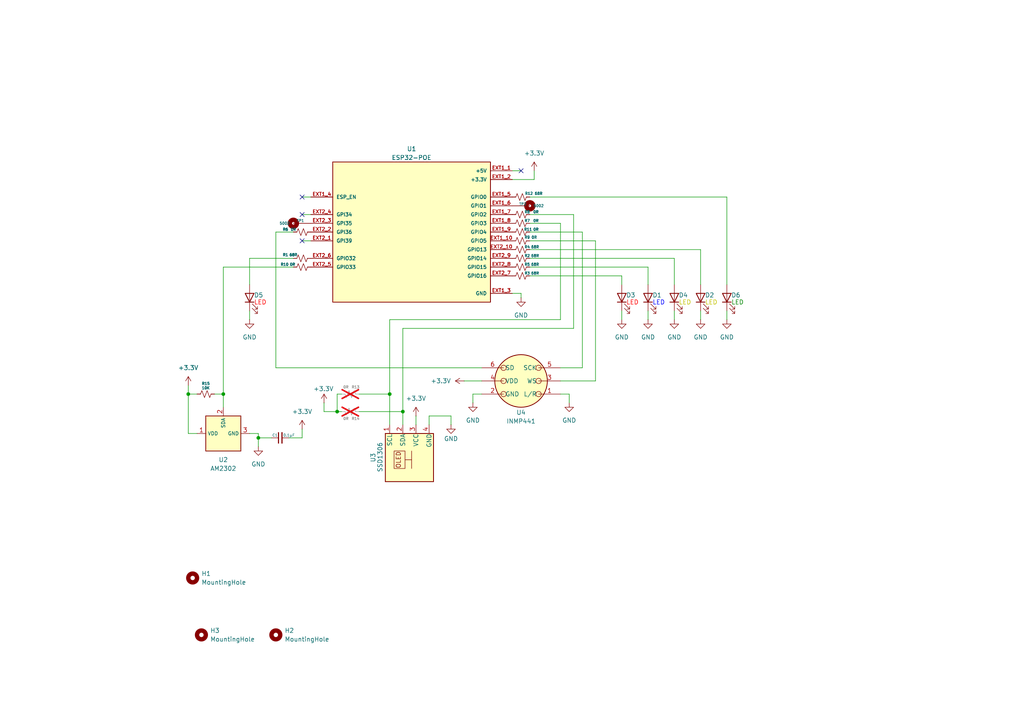
<source format=kicad_sch>
(kicad_sch (version 20250114) (generator "eeschema") (generator_version "9.0")
  (paper "A4")
  (lib_symbols
    (symbol "Custom_Parts:5002" (pin_names (offset 1.016))
      (property "Reference" "TP" (at 1.016 -0.762 0))
      (property "Value" "5002" (at 4.318 -0.508 0))
      (symbol "5002_0_0"
        (circle (center 0 0) (radius 0.381) (stroke (width 1.27)))
      )
      (symbol "5002_1_0"
        (pin passive line (at -5.08 0 0) (length 5.08) (name "~") (number "TP"))
      )
    )
    (symbol "Custom_Parts:ESP32-POE" (pin_names (offset 1.016))
      (property "Reference" "U1" (at 0 25.4 0))
      (property "Value" "ESP32-POE" (at 0 22.86 0))
      (symbol "ESP32-POE_0_0"
        (rectangle (start -22.86 20.32) (end 22.86 -20.32) (stroke (width 0.254)) (fill (type background)))
        (pin input line (at -29.21 10.16 0) (length 6.35) (name "ESP_EN") (number "EXT1_4"))
        (pin input line (at -29.21 2.54 0) (length 6.35) (name "GPI35") (number "EXT2_3"))
        (pin input line (at -29.21 -2.54 0) (length 6.35) (name "GPI39") (number "EXT2_1"))
        (pin bidirectional line (at -29.21 -7.62 0) (length 6.35) (name "GPIO32") (number "EXT2_6"))
        (pin bidirectional line (at -29.21 -10.16 0) (length 6.35) (name "GPIO33") (number "EXT2_5"))
        (pin power_in line (at 29.21 17.78 180) (length 6.35) (name "+5V") (number "EXT1_1"))
        (pin power_in line (at 29.21 15.24 180) (length 6.35) (name "+3.3V") (number "EXT1_2"))
        (pin power_in line (at 29.21 -17.78 180) (length 6.35) (name "GND") (number "EXT1_3"))
      )
      (symbol "ESP32-POE_1_0"
        (pin input line (at -29.21 5.08 0) (length 6.35) (name "GPI34") (number "EXT2_4"))
        (pin input line (at -29.21 0 0) (length 6.35) (name "GPI36") (number "EXT2_2"))
        (pin bidirectional line (at 29.21 10.16 180) (length 6.35) (name "GPIO0") (number "EXT1_5"))
        (pin bidirectional line (at 29.21 7.62 180) (length 6.35) (name "GPIO1") (number "EXT1_6"))
        (pin bidirectional line (at 29.21 5.08 180) (length 6.35) (name "GPIO2") (number "EXT1_7"))
        (pin bidirectional line (at 29.21 2.54 180) (length 6.35) (name "GPIO3") (number "EXT1_8"))
        (pin bidirectional line (at 29.21 0 180) (length 6.35) (name "GPIO4") (number "EXT1_9"))
        (pin bidirectional line (at 29.21 -2.54 180) (length 6.35) (name "GPIO5") (number "EXT1_10"))
        (pin bidirectional line (at 29.21 -5.08 180) (length 6.35) (name "GPIO13") (number "EXT2_10"))
        (pin bidirectional line (at 29.21 -7.62 180) (length 6.35) (name "GPIO14") (number "EXT2_9"))
        (pin bidirectional line (at 29.21 -10.16 180) (length 6.35) (name "GPIO15") (number "EXT2_8"))
        (pin bidirectional line (at 29.21 -12.7 180) (length 6.35) (name "GPIO16") (number "EXT2_7"))
      )
    )
    (symbol "Custom_Parts:INMP441"
      (property "Reference" "U" (at 0 0 0))
      (property "Value" "INMP441" (at 0 0 0))
      (symbol "INMP441_0_1"
        (circle (center -3.81 5.08) (radius 0.762))
        (circle (center -3.81 -5.08) (radius 0.762))
        (circle (center 0 5.08) (radius 0.762))
        (circle (center 0 0) (radius 7.62) (stroke (width 0.254)) (fill (type background)))
        (circle (center 0 -5.08) (radius 0.762))
        (circle (center 3.81 5.08) (radius 0.762))
        (circle (center 3.81 -5.08) (radius 0.762))
      )
      (symbol "INMP441_1_1"
        (pin power_in line (at -3.81 11.43 270) (length 6.35) (name "GND") (number "2"))
        (pin power_in line (at -3.81 -11.43 90) (length 6.35) (name "L/R") (number "1"))
        (pin power_in line (at 0 11.43 270) (length 6.35) (name "VDD") (number "4"))
        (pin input line (at 0 -11.43 90) (length 6.35) (name "WS") (number "3"))
        (pin input line (at 3.81 11.43 270) (length 6.35) (name "SD") (number "6"))
        (pin input line (at 3.81 -11.43 90) (length 6.35) (name "SCK") (number "5"))
      )
    )
    (symbol "Custom_Parts:SSD1306" (pin_names (offset 0.0254))
      (property "Reference" "U" (at -1.27 -7.62 0))
      (property "Value" "SSD1306" (at -0.508 -9.398 0))
      (symbol "SSD1306_0_0"
        (rectangle (start -7.62 7.62) (end 6.35 -6.35) (stroke (width 0.254)) (fill (type background)))
      )
      (symbol "SSD1306_0_1"
        (polyline (pts (xy -1.27 0) (xy 0.635 0) (xy 0.635 2.54) (xy 3.81 2.54) (xy 3.81 -2.54) (xy 0.635 -2.54) (xy 0.635 0)))
        (polyline (pts (xy -1.27 -2.54) (xy -1.27 2.54)))
      )
      (symbol "SSD1306_1_1"
        (text "OLED" (at 2.54 0 900) (effects (font (size 1.27 1.27))))
        (pin power_in line (at -6.35 10.16 270) (length 2.54) (name "GND") (number "4"))
        (pin power_in line (at -2.54 10.16 270) (length 2.54) (name "VCC") (number "3"))
        (pin input line (at 1.27 10.16 270) (length 2.54) (name "SDA") (number "2"))
        (pin input line (at 5.08 10.16 270) (length 2.54) (name "SCL") (number "1"))
      )
    )
    (symbol "Device:C_Small" (pin_numbers (hide yes)) (pin_names (offset 0.254) (hide yes))
      (property "Reference" "C" (at 0.254 1.778 0))
      (property "Value" "C_Small" (at 0.254 -2.032 0))
      (symbol "C_Small_0_1"
        (polyline (pts (xy -1.524 0.508) (xy 1.524 0.508)) (stroke (width 0.3048)))
        (polyline (pts (xy -1.524 -0.508) (xy 1.524 -0.508)) (stroke (width 0.3302)))
      )
      (symbol "C_Small_1_1"
        (pin passive line (at 0 2.54 270) (length 2.032) (name "~") (number "1"))
        (pin passive line (at 0 -2.54 90) (length 2.032) (name "~") (number "2"))
      )
    )
    (symbol "Device:LED" (pin_numbers (hide yes)) (pin_names (offset 1.016) (hide yes))
      (property "Reference" "D" (at 0 2.54 0))
      (property "Value" "LED" (at 0 -2.54 0))
      (symbol "LED_0_1"
        (polyline (pts (xy -3.048 -0.762) (xy -4.572 -2.286) (xy -3.81 -2.286) (xy -4.572 -2.286) (xy -4.572 -1.524)))
        (polyline (pts (xy -1.778 -0.762) (xy -3.302 -2.286) (xy -2.54 -2.286) (xy -3.302 -2.286) (xy -3.302 -1.524)))
        (polyline (pts (xy -1.27 0) (xy 1.27 0)))
        (polyline (pts (xy -1.27 -1.27) (xy -1.27 1.27)) (stroke (width 0.254)))
        (polyline (pts (xy 1.27 -1.27) (xy 1.27 1.27) (xy -1.27 0) (xy 1.27 -1.27)) (stroke (width 0.254)))
      )
      (symbol "LED_1_1"
        (pin passive line (at -3.81 0 0) (length 2.54) (name "C") (number "C"))
        (pin passive line (at 3.81 0 180) (length 2.54) (name "A") (number "A"))
      )
    )
    (symbol "Device:R_Small_US" (pin_numbers (hide yes)) (pin_names (offset 0.254) (hide yes))
      (property "Reference" "R" (at -1.27 1.778 0))
      (property "Value" "R_Small_US" (at 0 1.778 0))
      (symbol "R_Small_US_1_1"
        (polyline (pts (xy 0 0) (xy -0.381 -1.016) (xy -0.762 0) (xy -1.143 1.016) (xy -1.524 0)))
        (polyline (pts (xy 1.524 0) (xy 1.143 -1.016) (xy 0.762 0) (xy 0.381 1.016) (xy 0 0)))
        (pin passive line (at -2.54 0 0) (length 1.016) (name "~") (number "2"))
        (pin passive line (at 2.54 0 180) (length 1.016) (name "~") (number "1"))
      )
    )
    (symbol "Mechanical:MountingHole" (pin_names (offset 1.016)) (in_bom no)
      (property "Reference" "H" (at 0 5.08 0))
      (property "Value" "MountingHole" (at 0 3.175 0))
      (symbol "MountingHole_0_1"
        (circle (center 0 0) (radius 1.27) (stroke (width 1.27)))
      )
    )
    (symbol "Sensor:AM2302"
      (property "Reference" "U" (at -3.81 6.35 0))
      (property "Value" "AM2302" (at 3.81 6.35 0))
      (symbol "AM2302_0_1"
        (rectangle (start -5.08 5.08) (end 5.08 -5.08) (stroke (width 0.254)) (fill (type background)))
      )
      (symbol "AM2302_1_1"
        (pin power_in line (at 0 7.62 270) (length 2.54) (name "VDD") (number "1"))
        (pin power_in line (at 0 -7.62 90) (length 2.54) (name "GND") (number "3"))
        (pin passive line (at 0 -7.62 90) (length 2.54) (hide yes) (name "GND") (number "4"))
        (pin bidirectional line (at 7.62 0 180) (length 2.54) (name "SDA") (number "2"))
      )
    )
    (symbol "power:+3.3V" (power) (pin_numbers (hide yes)) (pin_names (offset 0) (hide yes))
      (property "Value" "+3.3V" (at 0 3.556 0))
      (symbol "+3.3V_0_1"
        (polyline (pts (xy -0.762 1.27) (xy 0 2.54)))
        (polyline (pts (xy 0 2.54) (xy 0.762 1.27)))
        (polyline (pts (xy 0 0) (xy 0 2.54)))
      )
      (symbol "+3.3V_1_1"
        (pin power_in line (at 0 0 90) (length 0) (name "~") (number "1"))
      )
    )
    (symbol "power:GND" (power) (pin_numbers (hide yes)) (pin_names (offset 0) (hide yes))
      (property "Value" "GND" (at 0 -3.81 0))
      (symbol "GND_0_1"
        (polyline (pts (xy 0 0) (xy 0 -1.27) (xy 1.27 -1.27) (xy 0 -2.54) (xy -1.27 -1.27) (xy 0 -1.27)))
      )
      (symbol "GND_1_1"
        (pin power_in line (at 0 0 270) (length 0) (name "~") (number "1"))
      )
    )
  )
  (junction (at 116.84 119.38))
  (junction (at 113.03 114.3))
  (junction (at 74.93 127))
  (junction (at 64.77 114.3))
  (junction (at 97.79 119.38))
  (junction (at 54.61 114.3))
  (no_connect (at 87.63 57.15))
  (no_connect (at 87.63 69.85))
  (no_connect (at 151.13 49.53))
  (no_connect (at 87.63 62.23))
  (wire (pts (xy 97.79 119.38) (xy 99.06 119.38)))
  (wire (pts (xy 137.16 114.3) (xy 137.16 116.84)))
  (wire (pts (xy 172.72 110.49) (xy 162.56 110.49)))
  (wire (pts (xy 72.39 90.17) (xy 72.39 92.71)))
  (wire (pts (xy 99.06 114.3) (xy 97.79 114.3)))
  (wire (pts (xy 168.91 106.68) (xy 162.56 106.68)))
  (wire (pts (xy 139.7 110.49) (xy 134.62 110.49)))
  (wire (pts (xy 166.37 95.25) (xy 116.84 95.25)))
  (wire (pts (xy 153.67 77.47) (xy 187.96 77.47)))
  (wire (pts (xy 165.1 114.3) (xy 165.1 116.84)))
  (wire (pts (xy 74.93 125.73) (xy 74.93 127)))
  (wire (pts (xy 180.34 90.17) (xy 180.34 92.71)))
  (wire (pts (xy 148.59 52.07) (xy 154.94 52.07)))
  (wire (pts (xy 195.58 74.93) (xy 195.58 82.55)))
  (wire (pts (xy 153.67 64.77) (xy 162.56 64.77)))
  (wire (pts (xy 153.67 57.15) (xy 210.82 57.15)))
  (wire (pts (xy 87.63 62.23) (xy 90.17 62.23)))
  (wire (pts (xy 124.46 120.65) (xy 124.46 123.19)))
  (wire (pts (xy 210.82 90.17) (xy 210.82 92.71)))
  (wire (pts (xy 203.2 72.39) (xy 203.2 82.55)))
  (wire (pts (xy 187.96 90.17) (xy 187.96 92.71)))
  (wire (pts (xy 113.03 92.71) (xy 162.56 92.71)))
  (wire (pts (xy 72.39 125.73) (xy 74.93 125.73)))
  (wire (pts (xy 64.77 77.47) (xy 64.77 114.3)))
  (wire (pts (xy 153.67 74.93) (xy 195.58 74.93)))
  (wire (pts (xy 203.2 90.17) (xy 203.2 92.71)))
  (wire (pts (xy 74.93 127) (xy 78.74 127)))
  (wire (pts (xy 210.82 57.15) (xy 210.82 82.55)))
  (wire (pts (xy 85.09 74.93) (xy 72.39 74.93)))
  (wire (pts (xy 153.67 62.23) (xy 166.37 62.23)))
  (wire (pts (xy 62.23 114.3) (xy 64.77 114.3)))
  (wire (pts (xy 87.63 69.85) (xy 90.17 69.85)))
  (wire (pts (xy 154.94 49.53) (xy 154.94 52.07)))
  (wire (pts (xy 130.81 120.65) (xy 124.46 120.65)))
  (wire (pts (xy 116.84 119.38) (xy 104.14 119.38)))
  (wire (pts (xy 187.96 77.47) (xy 187.96 82.55)))
  (wire (pts (xy 54.61 114.3) (xy 57.15 114.3)))
  (wire (pts (xy 166.37 62.23) (xy 166.37 95.25)))
  (wire (pts (xy 168.91 67.31) (xy 153.67 67.31)))
  (wire (pts (xy 97.79 119.38) (xy 93.98 119.38)))
  (wire (pts (xy 97.79 114.3) (xy 97.79 119.38)))
  (wire (pts (xy 148.59 85.09) (xy 151.13 85.09)))
  (wire (pts (xy 80.01 67.31) (xy 85.09 67.31)))
  (wire (pts (xy 72.39 74.93) (xy 72.39 82.55)))
  (wire (pts (xy 113.03 114.3) (xy 113.03 92.71)))
  (wire (pts (xy 168.91 106.68) (xy 168.91 67.31)))
  (wire (pts (xy 130.81 123.19) (xy 130.81 120.65)))
  (wire (pts (xy 74.93 127) (xy 74.93 129.54)))
  (wire (pts (xy 87.63 127) (xy 83.82 127)))
  (wire (pts (xy 54.61 114.3) (xy 54.61 125.73)))
  (wire (pts (xy 162.56 92.71) (xy 162.56 64.77)))
  (wire (pts (xy 139.7 114.3) (xy 137.16 114.3)))
  (wire (pts (xy 120.65 120.65) (xy 120.65 123.19)))
  (wire (pts (xy 113.03 114.3) (xy 113.03 123.19)))
  (wire (pts (xy 116.84 119.38) (xy 116.84 123.19)))
  (wire (pts (xy 139.7 106.68) (xy 80.01 106.68)))
  (wire (pts (xy 195.58 90.17) (xy 195.58 92.71)))
  (wire (pts (xy 87.63 127) (xy 87.63 124.46)))
  (wire (pts (xy 151.13 85.09) (xy 151.13 86.36)))
  (wire (pts (xy 80.01 106.68) (xy 80.01 67.31)))
  (wire (pts (xy 113.03 114.3) (xy 104.14 114.3)))
  (wire (pts (xy 57.15 125.73) (xy 54.61 125.73)))
  (wire (pts (xy 148.59 49.53) (xy 151.13 49.53)))
  (wire (pts (xy 64.77 114.3) (xy 64.77 118.11)))
  (wire (pts (xy 87.63 57.15) (xy 90.17 57.15)))
  (wire (pts (xy 153.67 80.01) (xy 180.34 80.01)))
  (wire (pts (xy 93.98 119.38) (xy 93.98 116.84)))
  (wire (pts (xy 85.09 77.47) (xy 64.77 77.47)))
  (wire (pts (xy 180.34 80.01) (xy 180.34 82.55)))
  (wire (pts (xy 172.72 69.85) (xy 172.72 110.49)))
  (wire (pts (xy 153.67 69.85) (xy 172.72 69.85)))
  (wire (pts (xy 153.67 72.39) (xy 203.2 72.39)))
  (wire (pts (xy 162.56 114.3) (xy 165.1 114.3)))
  (wire (pts (xy 54.61 111.76) (xy 54.61 114.3)))
  (wire (pts (xy 116.84 95.25) (xy 116.84 119.38)))
  (symbol (lib_id "Device:LED") (at 210.82 86.36 90) (unit 1)
    (property "Reference" "D6" (at 212.09 85.598 90) (effects (justify right)))
    (property "Value" "LED" (at 212.09 87.63 90) (effects (justify right)))
    (property "Footprint" "Custom_Parts:Standard_LED_Throughhole" (effects (hide yes)))
    (property "Description" "Light emitting diode" (effects (hide yes)))
    (property "Sim.Pins" "1=K 2=A" (effects (hide yes)))
  )
  (symbol (lib_id "power:+3.3V") (at 134.62 110.49 90) (mirror x) (unit 1)
    (property "Reference" "#PWR014" (effects (hide yes)))
    (property "Value" "+3.3V" (at 130.81 110.4899 90) (effects (justify left)))
    (property "Description" "Power symbol creates a global label with name \"+3.3V\"" (effects (hide yes)))
  )
  (symbol (lib_id "Device:R_Small_US") (at 151.13 80.01 0) (unit 1)
    (property "Reference" "R3" (at 152.908 79.248 0) (effects (font (size 0.762 0.762))))
    (property "Value" "68R" (at 155.194 79.248 0) (effects (font (size 0.762 0.762))))
    (property "Footprint" "Resistor_SMD:R_0603_1608Metric" (effects (hide yes)))
    (property "Description" "Resistor, small US symbol" (effects (hide yes)))
  )
  (symbol (lib_id "power:+3.3V") (at 87.63 124.46 0) (unit 1)
    (property "Reference" "#PWR016" (effects (hide yes)))
    (property "Value" "+3.3V" (at 87.63 119.38 0))
    (property "Description" "Power symbol creates a global label with name \"+3.3V\"" (effects (hide yes)))
  )
  (symbol (lib_id "Device:R_Small_US") (at 151.13 69.85 180) (unit 1)
    (property "Reference" "R9" (at 152.908 68.834 0) (effects (font (size 0.762 0.762))))
    (property "Value" "0R" (at 154.94 68.834 0) (effects (font (size 0.762 0.762))))
    (property "Footprint" "Resistor_SMD:R_0603_1608Metric" (effects (hide yes)))
    (property "Description" "Resistor, small US symbol" (effects (hide yes)))
  )
  (symbol (lib_id "power:GND") (at 165.1 116.84 0) (unit 1)
    (property "Reference" "#PWR017" (effects (hide yes)))
    (property "Value" "GND" (at 165.1 121.92 0))
    (property "Description" "Power symbol creates a global label with name \"GND\" , ground" (effects (hide yes)))
  )
  (symbol (lib_id "Mechanical:MountingHole") (at 58.42 184.15 0) (unit 1) (in_bom no)
    (property "Reference" "H3" (at 60.96 182.8799 0) (effects (justify left)))
    (property "Value" "MountingHole" (at 60.96 185.4199 0) (effects (justify left)))
    (property "Footprint" "MountingHole:MountingHole_2.2mm_M2" (effects (hide yes)))
    (property "Description" "Mounting Hole without connection" (effects (hide yes)))
  )
  (symbol (lib_id "Device:R_Small_US") (at 101.6 119.38 0) (mirror x) (unit 1) (dnp yes)
    (property "Reference" "R14" (at 103.124 121.412 0) (effects (font (size 0.762 0.762))))
    (property "Value" "0R" (at 100.33 121.412 0) (effects (font (size 0.762 0.762))))
    (property "Footprint" "Resistor_SMD:R_0603_1608Metric" (effects (hide yes)))
    (property "Description" "Resistor, small US symbol" (effects (hide yes)))
  )
  (symbol (lib_id "Device:R_Small_US") (at 87.63 77.47 0) (unit 1)
    (property "Reference" "R10" (at 82.55 76.708 0) (effects (font (size 0.762 0.762))))
    (property "Value" "0R" (at 84.836 76.708 0) (effects (font (size 0.762 0.762))))
    (property "Footprint" "Resistor_SMD:R_0603_1608Metric" (effects (hide yes)))
    (property "Description" "Resistor, small US symbol" (effects (hide yes)))
  )
  (symbol (lib_id "Device:R_Small_US") (at 151.13 64.77 0) (unit 1)
    (property "Reference" "R7" (at 152.908 64.008 0) (effects (font (size 0.762 0.762))))
    (property "Value" "0R" (at 155.448 64.008 0) (effects (font (size 0.762 0.762))))
    (property "Footprint" "Resistor_SMD:R_0603_1608Metric" (effects (hide yes)))
    (property "Description" "Resistor, small US symbol" (effects (hide yes)))
  )
  (symbol (lib_id "Custom_Parts:5002") (at 85.09 64.77 180) (unit 1)
    (property "Reference" "TP1" (at 87.122 64.008 0) (effects (font (size 0.762 0.762) (thickness 0.0953))))
    (property "Value" "5002" (at 82.55 64.77 0) (effects (font (size 0.762 0.762) (thickness 0.0953))))
    (property "Footprint" "Custom_Parts:5002" (effects (hide yes)))
    (property "Description" "TestPoint" (effects (hide yes)))
    (property "PARTREV" "H" (effects (hide yes)))
    (property "STANDARD" "Manufacturer Recommendations" (effects (hide yes)))
    (property "SNAPEDA_PN" "5000" (effects (hide yes)))
    (property "MAXIMUM_PACKAGE_HEIGHT" "4.57 mm" (effects (hide yes)))
    (property "MANUFACTURER" "Keystone" (effects (hide yes)))
  )
  (symbol (lib_id "power:GND") (at 180.34 92.71 0) (unit 1)
    (property "Reference" "#PWR05" (effects (hide yes)))
    (property "Value" "GND" (at 180.34 97.79 0))
    (property "Description" "Power symbol creates a global label with name \"GND\" , ground" (effects (hide yes)))
  )
  (symbol (lib_id "Device:LED") (at 180.34 86.36 90) (unit 1)
    (property "Reference" "D3" (at 181.61 85.598 90) (effects (justify right)))
    (property "Value" "LED" (at 181.61 87.63 90) (effects (justify right)))
    (property "Footprint" "Custom_Parts:Standard_LED_Throughhole" (effects (hide yes)))
    (property "Description" "Light emitting diode" (effects (hide yes)))
    (property "Sim.Pins" "1=K 2=A" (effects (hide yes)))
  )
  (symbol (lib_id "power:GND") (at 72.39 92.71 0) (unit 1)
    (property "Reference" "#PWR07" (effects (hide yes)))
    (property "Value" "GND" (at 72.39 97.79 0))
    (property "Description" "Power symbol creates a global label with name \"GND\" , ground" (effects (hide yes)))
  )
  (symbol (lib_id "power:GND") (at 203.2 92.71 0) (unit 1)
    (property "Reference" "#PWR04" (effects (hide yes)))
    (property "Value" "GND" (at 203.2 97.79 0))
    (property "Description" "Power symbol creates a global label with name \"GND\" , ground" (effects (hide yes)))
  )
  (symbol (lib_id "power:GND") (at 187.96 92.71 0) (unit 1)
    (property "Reference" "#PWR02" (effects (hide yes)))
    (property "Value" "GND" (at 187.96 97.79 0))
    (property "Description" "Power symbol creates a global label with name \"GND\" , ground" (effects (hide yes)))
  )
  (symbol (lib_id "power:+3.3V") (at 93.98 116.84 0) (mirror y) (unit 1)
    (property "Reference" "#PWR013" (effects (hide yes)))
    (property "Value" "+3.3V" (at 96.774 112.776 0) (effects (justify left)))
    (property "Description" "Power symbol creates a global label with name \"+3.3V\"" (effects (hide yes)))
  )
  (symbol (lib_id "Device:LED") (at 203.2 86.36 90) (unit 1)
    (property "Reference" "D2" (at 204.47 85.598 90) (effects (justify right)))
    (property "Value" "LED" (at 204.47 87.63 90) (effects (justify right)))
    (property "Footprint" "Custom_Parts:Standard_LED_Throughhole" (effects (hide yes)))
    (property "Description" "Light emitting diode" (effects (hide yes)))
    (property "Sim.Pins" "1=K 2=A" (effects (hide yes)))
  )
  (symbol (lib_id "Device:C_Small") (at 81.28 127 90) (unit 1)
    (property "Reference" "C1" (at 79.756 126.238 90) (effects (font (size 0.762 0.762) (thickness 0.0953))))
    (property "Value" "0.1µF" (at 83.82 126.238 90) (effects (font (size 0.762 0.762) (thickness 0.0953))))
    (property "Footprint" "Capacitor_SMD:C_0603_1608Metric" (effects (hide yes)))
    (property "Description" "Unpolarized capacitor, small symbol" (effects (hide yes)))
  )
  (symbol (lib_id "Device:LED") (at 195.58 86.36 90) (unit 1)
    (property "Reference" "D4" (at 196.85 85.598 90) (effects (justify right)))
    (property "Value" "LED" (at 196.85 87.63 90) (effects (justify right)))
    (property "Footprint" "Custom_Parts:Standard_LED_Throughhole" (effects (hide yes)))
    (property "Description" "Light emitting diode" (effects (hide yes)))
    (property "Sim.Pins" "1=K 2=A" (effects (hide yes)))
  )
  (symbol (lib_id "Device:R_Small_US") (at 151.13 62.23 0) (unit 1)
    (property "Reference" "R8" (at 152.908 61.468 0) (effects (font (size 0.762 0.762))))
    (property "Value" "0R" (at 155.448 61.468 0) (effects (font (size 0.762 0.762))))
    (property "Footprint" "Resistor_SMD:R_0603_1608Metric" (effects (hide yes)))
    (property "Description" "Resistor, small US symbol" (effects (hide yes)))
  )
  (symbol (lib_id "Device:R_Small_US") (at 59.69 114.3 0) (unit 1)
    (property "Reference" "R15" (at 59.69 111.252 0) (effects (font (size 0.762 0.762))))
    (property "Value" "10K" (at 59.69 112.522 0) (effects (font (size 0.762 0.762))))
    (property "Footprint" "Resistor_SMD:R_0603_1608Metric" (effects (hide yes)))
    (property "Description" "Resistor, small US symbol" (effects (hide yes)))
  )
  (symbol (lib_id "Device:R_Small_US") (at 101.6 114.3 0) (mirror x) (unit 1) (dnp yes)
    (property "Reference" "R13" (at 103.124 112.268 0) (effects (font (size 0.762 0.762))))
    (property "Value" "0R" (at 100.33 112.268 0) (effects (font (size 0.762 0.762))))
    (property "Footprint" "Resistor_SMD:R_0603_1608Metric" (effects (hide yes)))
    (property "Description" "Resistor, small US symbol" (effects (hide yes)))
  )
  (symbol (lib_id "Device:R_Small_US") (at 151.13 57.15 0) (unit 1)
    (property "Reference" "R12" (at 153.416 56.134 0) (effects (font (size 0.762 0.762))))
    (property "Value" "68R" (at 156.21 56.134 0) (effects (font (size 0.762 0.762))))
    (property "Footprint" "Resistor_SMD:R_0603_1608Metric" (effects (hide yes)))
    (property "Description" "Resistor, small US symbol" (effects (hide yes)))
  )
  (symbol (lib_id "Device:R_Small_US") (at 87.63 67.31 0) (unit 1)
    (property "Reference" "R6" (at 82.804 66.548 0) (effects (font (size 0.762 0.762))))
    (property "Value" "0R" (at 85.09 66.548 0) (effects (font (size 0.762 0.762))))
    (property "Footprint" "Resistor_SMD:R_0603_1608Metric" (effects (hide yes)))
    (property "Description" "Resistor, small US symbol" (effects (hide yes)))
  )
  (symbol (lib_id "Custom_Parts:ESP32-POE") (at 119.38 67.31 0) (unit 1)
    (property "Reference" "U1" (at 119.38 43.18 0))
    (property "Value" "ESP32-POE" (at 119.38 45.72 0))
    (property "Footprint" "Custom_Parts:ESP32-POE" (effects (hide yes)))
    (property "Description" "ESP32-POE module" (effects (hide yes)))
    (property "MF" "Olimex LTD" (effects (hide yes)))
    (property "MAXIMUM_PACKAGE_HEIGHT" "N/A" (effects (hide yes)))
    (property "Package" "Package" (effects (hide yes)))
    (property "Price" "None" (effects (hide yes)))
    (property "Check_prices" "https://www.snapeda.com/parts/ESP32-POE/Olimex/view-part/?ref=eda" (effects (hide yes)))
    (property "STANDARD" "Manufacturer Recommendations" (effects (hide yes)))
    (property "PARTREV" "L1" (effects (hide yes)))
    (property "SnapEDA_Link" "https://www.snapeda.com/parts/ESP32-POE/Olimex/view-part/?ref=snap" (effects (hide yes)))
    (property "MP" "ESP32-POE" (effects (hide yes)))
    (property "Description_1" "ESP32-WROOM32 ESP32 Transceiver; 802.11 b/g/n (Wi-Fi, WiFi, WLAN), Bluetooth® Smart 4.x Low Energy (BLE) 2.4GHz Evaluation Board" (effects (hide yes)))
    (property "Availability" "In Stock" (effects (hide yes)))
    (property "MANUFACTURER" "Olimex LTD" (effects (hide yes)))
  )
  (symbol (lib_id "Mechanical:MountingHole") (at 80.01 184.15 0) (unit 1) (in_bom no)
    (property "Reference" "H2" (at 82.55 182.8799 0) (effects (justify left)))
    (property "Value" "MountingHole" (at 82.55 185.4199 0) (effects (justify left)))
    (property "Footprint" "MountingHole:MountingHole_2.2mm_M2" (effects (hide yes)))
    (property "Description" "Mounting Hole without connection" (effects (hide yes)))
  )
  (symbol (lib_id "Device:R_Small_US") (at 151.13 72.39 0) (unit 1)
    (property "Reference" "R4" (at 152.908 71.628 0) (effects (font (size 0.762 0.762))))
    (property "Value" "68R" (at 155.194 71.628 0) (effects (font (size 0.762 0.762))))
    (property "Footprint" "Resistor_SMD:R_0603_1608Metric" (effects (hide yes)))
    (property "Description" "Resistor, small US symbol" (effects (hide yes)))
  )
  (symbol (lib_id "Device:R_Small_US") (at 151.13 74.93 0) (unit 1)
    (property "Reference" "R2" (at 152.908 74.168 0) (effects (font (size 0.762 0.762))))
    (property "Value" "68R" (at 155.194 74.168 0) (effects (font (size 0.762 0.762))))
    (property "Footprint" "Resistor_SMD:R_0603_1608Metric" (effects (hide yes)))
    (property "Description" "Resistor, small US symbol" (effects (hide yes)))
  )
  (symbol (lib_id "Sensor:AM2302") (at 64.77 125.73 90) (unit 1)
    (property "Reference" "U2" (at 64.77 133.35 90))
    (property "Value" "AM2302" (at 64.77 135.89 90))
    (property "Footprint" "Sensor:ASAIR_AM2302_P2.54mm_Lead2.75mm_TabDown" (effects (hide yes)))
    (property "Datasheet" "http://akizukidenshi.com/download/ds/aosong/AM2302.pdf" (effects (hide yes)))
    (property "Description" "3.3 to 5.0V, Temperature and humidity module,  DHT22, AM2302" (effects (hide yes)))
  )
  (symbol (lib_id "power:+3.3V") (at 154.94 49.53 0) (unit 1)
    (property "Reference" "#PWR010" (effects (hide yes)))
    (property "Value" "+3.3V" (at 154.94 44.45 0))
    (property "Description" "Power symbol creates a global label with name \"+3.3V\"" (effects (hide yes)))
  )
  (symbol (lib_id "power:GND") (at 130.81 123.19 0) (mirror y) (unit 1)
    (property "Reference" "#PWR012" (effects (hide yes)))
    (property "Value" "GND" (at 130.81 127.254 0))
    (property "Description" "Power symbol creates a global label with name \"GND\" , ground" (effects (hide yes)))
  )
  (symbol (lib_id "Mechanical:MountingHole") (at 55.88 167.64 0) (unit 1) (in_bom no)
    (property "Reference" "H1" (at 58.42 166.3699 0) (effects (justify left)))
    (property "Value" "MountingHole" (at 58.42 168.9099 0) (effects (justify left)))
    (property "Footprint" "MountingHole:MountingHole_2.2mm_M2" (effects (hide yes)))
    (property "Description" "Mounting Hole without connection" (effects (hide yes)))
  )
  (symbol (lib_id "Device:R_Small_US") (at 87.63 74.93 0) (unit 1)
    (property "Reference" "R1" (at 82.804 73.914 0) (effects (font (size 0.762 0.762))))
    (property "Value" "68R" (at 85.09 73.914 0) (effects (font (size 0.762 0.762))))
    (property "Footprint" "Resistor_SMD:R_0603_1608Metric" (effects (hide yes)))
    (property "Description" "Resistor, small US symbol" (effects (hide yes)))
  )
  (symbol (lib_id "power:GND") (at 151.13 86.36 0) (unit 1)
    (property "Reference" "#PWR011" (effects (hide yes)))
    (property "Value" "GND" (at 151.13 91.44 0))
    (property "Description" "Power symbol creates a global label with name \"GND\" , ground" (effects (hide yes)))
  )
  (symbol (lib_id "Custom_Parts:5002") (at 153.67 59.69 0) (unit 1)
    (property "Reference" "TP2" (at 151.638 59.182 0) (effects (font (size 0.762 0.762) (thickness 0.0953))))
    (property "Value" "5002" (at 156.21 59.69 0) (effects (font (size 0.762 0.762) (thickness 0.0953))))
    (property "Footprint" "Custom_Parts:5002" (effects (hide yes)))
    (property "Description" "TestPoint" (effects (hide yes)))
    (property "PARTREV" "H" (effects (hide yes)))
    (property "STANDARD" "Manufacturer Recommendations" (effects (hide yes)))
    (property "SNAPEDA_PN" "5000" (effects (hide yes)))
    (property "MAXIMUM_PACKAGE_HEIGHT" "4.57 mm" (effects (hide yes)))
    (property "MANUFACTURER" "Keystone" (effects (hide yes)))
  )
  (symbol (lib_id "power:+3.3V") (at 54.61 111.76 0) (unit 1)
    (property "Reference" "#PWR01" (effects (hide yes)))
    (property "Value" "+3.3V" (at 54.61 106.68 0))
    (property "Description" "Power symbol creates a global label with name \"+3.3V\"" (effects (hide yes)))
  )
  (symbol (lib_id "Device:LED") (at 72.39 86.36 90) (unit 1)
    (property "Reference" "D5" (at 73.66 85.598 90) (effects (justify right)))
    (property "Value" "LED" (at 73.66 87.63 90) (effects (justify right)))
    (property "Footprint" "Custom_Parts:Standard_LED_Throughhole" (effects (hide yes)))
    (property "Description" "Light emitting diode" (effects (hide yes)))
    (property "Sim.Pins" "1=K 2=A" (effects (hide yes)))
  )
  (symbol (lib_id "Device:LED") (at 187.96 86.36 90) (unit 1)
    (property "Reference" "D1" (at 189.23 85.598 90) (effects (justify right)))
    (property "Value" "LED" (at 189.23 87.63 90) (effects (justify right)))
    (property "Footprint" "Custom_Parts:Standard_LED_Throughhole" (effects (hide yes)))
    (property "Description" "Light emitting diode" (effects (hide yes)))
    (property "Sim.Pins" "1=K 2=A" (effects (hide yes)))
  )
  (symbol (lib_id "power:GND") (at 74.93 129.54 0) (unit 1)
    (property "Reference" "#PWR03" (effects (hide yes)))
    (property "Value" "GND" (at 74.93 134.62 0))
    (property "Description" "Power symbol creates a global label with name \"GND\" , ground" (effects (hide yes)))
  )
  (symbol (lib_id "power:GND") (at 195.58 92.71 0) (unit 1)
    (property "Reference" "#PWR06" (effects (hide yes)))
    (property "Value" "GND" (at 195.58 97.79 0))
    (property "Description" "Power symbol creates a global label with name \"GND\" , ground" (effects (hide yes)))
  )
  (symbol (lib_id "Custom_Parts:INMP441") (at 151.13 110.49 90) (unit 1)
    (property "Reference" "U4" (at 151.13 119.634 90))
    (property "Value" "INMP441" (at 151.13 122.174 90))
    (property "Footprint" "Custom_Parts:INMP441" (effects (hide yes)))
    (property "Description" "Omnidirectional Microphone I2S" (effects (hide yes)))
  )
  (symbol (lib_id "power:GND") (at 210.82 92.71 0) (unit 1)
    (property "Reference" "#PWR08" (effects (hide yes)))
    (property "Value" "GND" (at 210.82 97.79 0))
    (property "Description" "Power symbol creates a global label with name \"GND\" , ground" (effects (hide yes)))
  )
  (symbol (lib_id "power:GND") (at 137.16 116.84 0) (mirror y) (unit 1)
    (property "Reference" "#PWR015" (effects (hide yes)))
    (property "Value" "GND" (at 137.16 121.92 0))
    (property "Description" "Power symbol creates a global label with name \"GND\" , ground" (effects (hide yes)))
  )
  (symbol (lib_id "Device:R_Small_US") (at 151.13 77.47 0) (unit 1)
    (property "Reference" "R5" (at 152.908 76.708 0) (effects (font (size 0.762 0.762))))
    (property "Value" "68R" (at 155.194 76.708 0) (effects (font (size 0.762 0.762))))
    (property "Footprint" "Resistor_SMD:R_0603_1608Metric" (effects (hide yes)))
    (property "Description" "Resistor, small US symbol" (effects (hide yes)))
  )
  (symbol (lib_id "Device:R_Small_US") (at 151.13 67.31 0) (unit 1)
    (property "Reference" "R11" (at 153.162 66.548 0) (effects (font (size 0.762 0.762))))
    (property "Value" "0R" (at 155.448 66.548 0) (effects (font (size 0.762 0.762))))
    (property "Footprint" "Resistor_SMD:R_0603_1608Metric" (effects (hide yes)))
    (property "Description" "Resistor, small US symbol" (effects (hide yes)))
  )
  (symbol (lib_id "Custom_Parts:SSD1306") (at 118.11 133.35 0) (mirror y) (unit 1)
    (property "Reference" "U3" (at 108.204 134.112 90) (effects (justify left)))
    (property "Value" "SSD1306" (at 110.236 132.588 90))
    (property "Footprint" "Custom_Parts:SSD1306" (effects (hide yes)))
    (property "Description" "0.96 in OLED I2C IIC Display" (effects (hide yes)))
  )
  (symbol (lib_id "power:+3.3V") (at 120.65 120.65 0) (mirror y) (unit 1)
    (property "Reference" "#PWR09" (effects (hide yes)))
    (property "Value" "+3.3V" (at 120.65 115.57 0))
    (property "Description" "Power symbol creates a global label with name \"+3.3V\"" (effects (hide yes)))
  )
)
</source>
